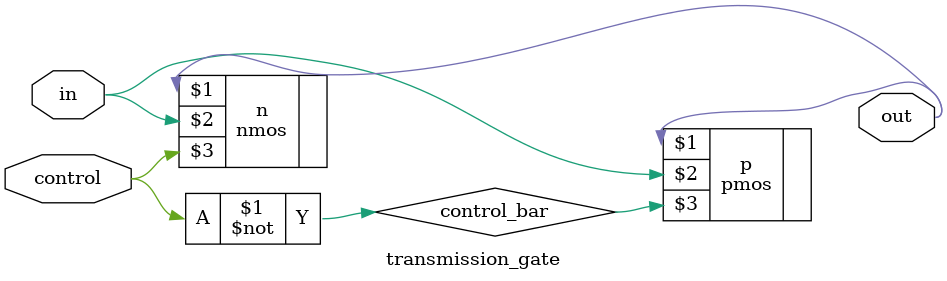
<source format=v>
`timescale 1ns / 1ps


module transmission_gate(
    input in, control,
    output out
    );
    
    wire control_bar;
    
    assign control_bar = ~control;
    
    nmos n(out,in,control);
    pmos p(out,in,control_bar);
endmodule

</source>
